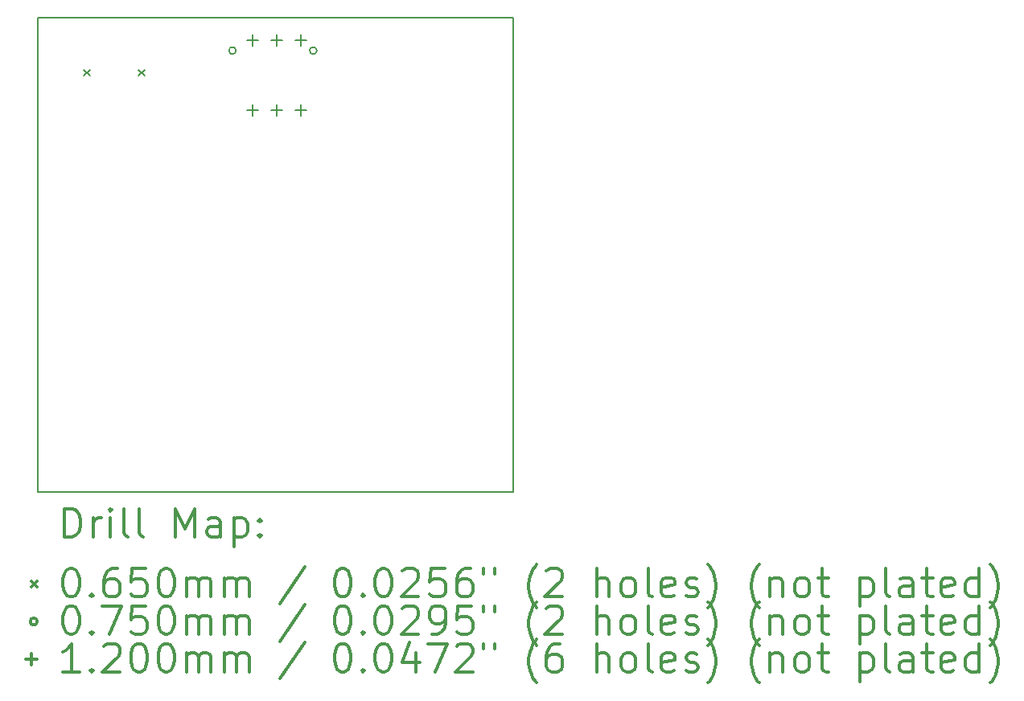
<source format=gbr>
%FSLAX45Y45*%
G04 Gerber Fmt 4.5, Leading zero omitted, Abs format (unit mm)*
G04 Created by KiCad (PCBNEW 5.1.10-88a1d61d58~90~ubuntu20.04.1) date 2021-10-18 20:01:56*
%MOMM*%
%LPD*%
G01*
G04 APERTURE LIST*
%TA.AperFunction,Profile*%
%ADD10C,0.150000*%
%TD*%
%ADD11C,0.200000*%
%ADD12C,0.300000*%
G04 APERTURE END LIST*
D10*
X10000000Y-6000000D02*
X15000000Y-6000000D01*
X15000000Y-6000000D02*
X15000000Y-11000000D01*
X10000000Y-11000000D02*
X15000000Y-11000000D01*
X10000000Y-11000000D02*
X10000000Y-6000000D01*
D11*
X10483100Y-6551000D02*
X10548100Y-6616000D01*
X10548100Y-6551000D02*
X10483100Y-6616000D01*
X11061100Y-6551000D02*
X11126100Y-6616000D01*
X11126100Y-6551000D02*
X11061100Y-6616000D01*
X12084500Y-6350500D02*
G75*
G03*
X12084500Y-6350500I-37500J0D01*
G01*
X12934500Y-6350500D02*
G75*
G03*
X12934500Y-6350500I-37500J0D01*
G01*
X12257000Y-6177500D02*
X12257000Y-6297500D01*
X12197000Y-6237500D02*
X12317000Y-6237500D01*
X12257000Y-6917500D02*
X12257000Y-7037500D01*
X12197000Y-6977500D02*
X12317000Y-6977500D01*
X12511000Y-6177500D02*
X12511000Y-6297500D01*
X12451000Y-6237500D02*
X12571000Y-6237500D01*
X12511000Y-6917500D02*
X12511000Y-7037500D01*
X12451000Y-6977500D02*
X12571000Y-6977500D01*
X12765000Y-6177500D02*
X12765000Y-6297500D01*
X12705000Y-6237500D02*
X12825000Y-6237500D01*
X12765000Y-6917500D02*
X12765000Y-7037500D01*
X12705000Y-6977500D02*
X12825000Y-6977500D01*
D12*
X10278928Y-11473214D02*
X10278928Y-11173214D01*
X10350357Y-11173214D01*
X10393214Y-11187500D01*
X10421786Y-11216071D01*
X10436071Y-11244643D01*
X10450357Y-11301786D01*
X10450357Y-11344643D01*
X10436071Y-11401786D01*
X10421786Y-11430357D01*
X10393214Y-11458929D01*
X10350357Y-11473214D01*
X10278928Y-11473214D01*
X10578928Y-11473214D02*
X10578928Y-11273214D01*
X10578928Y-11330357D02*
X10593214Y-11301786D01*
X10607500Y-11287500D01*
X10636071Y-11273214D01*
X10664643Y-11273214D01*
X10764643Y-11473214D02*
X10764643Y-11273214D01*
X10764643Y-11173214D02*
X10750357Y-11187500D01*
X10764643Y-11201786D01*
X10778928Y-11187500D01*
X10764643Y-11173214D01*
X10764643Y-11201786D01*
X10950357Y-11473214D02*
X10921786Y-11458929D01*
X10907500Y-11430357D01*
X10907500Y-11173214D01*
X11107500Y-11473214D02*
X11078928Y-11458929D01*
X11064643Y-11430357D01*
X11064643Y-11173214D01*
X11450357Y-11473214D02*
X11450357Y-11173214D01*
X11550357Y-11387500D01*
X11650357Y-11173214D01*
X11650357Y-11473214D01*
X11921786Y-11473214D02*
X11921786Y-11316071D01*
X11907500Y-11287500D01*
X11878928Y-11273214D01*
X11821786Y-11273214D01*
X11793214Y-11287500D01*
X11921786Y-11458929D02*
X11893214Y-11473214D01*
X11821786Y-11473214D01*
X11793214Y-11458929D01*
X11778928Y-11430357D01*
X11778928Y-11401786D01*
X11793214Y-11373214D01*
X11821786Y-11358929D01*
X11893214Y-11358929D01*
X11921786Y-11344643D01*
X12064643Y-11273214D02*
X12064643Y-11573214D01*
X12064643Y-11287500D02*
X12093214Y-11273214D01*
X12150357Y-11273214D01*
X12178928Y-11287500D01*
X12193214Y-11301786D01*
X12207500Y-11330357D01*
X12207500Y-11416071D01*
X12193214Y-11444643D01*
X12178928Y-11458929D01*
X12150357Y-11473214D01*
X12093214Y-11473214D01*
X12064643Y-11458929D01*
X12336071Y-11444643D02*
X12350357Y-11458929D01*
X12336071Y-11473214D01*
X12321786Y-11458929D01*
X12336071Y-11444643D01*
X12336071Y-11473214D01*
X12336071Y-11287500D02*
X12350357Y-11301786D01*
X12336071Y-11316071D01*
X12321786Y-11301786D01*
X12336071Y-11287500D01*
X12336071Y-11316071D01*
X9927500Y-11935000D02*
X9992500Y-12000000D01*
X9992500Y-11935000D02*
X9927500Y-12000000D01*
X10336071Y-11803214D02*
X10364643Y-11803214D01*
X10393214Y-11817500D01*
X10407500Y-11831786D01*
X10421786Y-11860357D01*
X10436071Y-11917500D01*
X10436071Y-11988929D01*
X10421786Y-12046071D01*
X10407500Y-12074643D01*
X10393214Y-12088929D01*
X10364643Y-12103214D01*
X10336071Y-12103214D01*
X10307500Y-12088929D01*
X10293214Y-12074643D01*
X10278928Y-12046071D01*
X10264643Y-11988929D01*
X10264643Y-11917500D01*
X10278928Y-11860357D01*
X10293214Y-11831786D01*
X10307500Y-11817500D01*
X10336071Y-11803214D01*
X10564643Y-12074643D02*
X10578928Y-12088929D01*
X10564643Y-12103214D01*
X10550357Y-12088929D01*
X10564643Y-12074643D01*
X10564643Y-12103214D01*
X10836071Y-11803214D02*
X10778928Y-11803214D01*
X10750357Y-11817500D01*
X10736071Y-11831786D01*
X10707500Y-11874643D01*
X10693214Y-11931786D01*
X10693214Y-12046071D01*
X10707500Y-12074643D01*
X10721786Y-12088929D01*
X10750357Y-12103214D01*
X10807500Y-12103214D01*
X10836071Y-12088929D01*
X10850357Y-12074643D01*
X10864643Y-12046071D01*
X10864643Y-11974643D01*
X10850357Y-11946071D01*
X10836071Y-11931786D01*
X10807500Y-11917500D01*
X10750357Y-11917500D01*
X10721786Y-11931786D01*
X10707500Y-11946071D01*
X10693214Y-11974643D01*
X11136071Y-11803214D02*
X10993214Y-11803214D01*
X10978928Y-11946071D01*
X10993214Y-11931786D01*
X11021786Y-11917500D01*
X11093214Y-11917500D01*
X11121786Y-11931786D01*
X11136071Y-11946071D01*
X11150357Y-11974643D01*
X11150357Y-12046071D01*
X11136071Y-12074643D01*
X11121786Y-12088929D01*
X11093214Y-12103214D01*
X11021786Y-12103214D01*
X10993214Y-12088929D01*
X10978928Y-12074643D01*
X11336071Y-11803214D02*
X11364643Y-11803214D01*
X11393214Y-11817500D01*
X11407500Y-11831786D01*
X11421786Y-11860357D01*
X11436071Y-11917500D01*
X11436071Y-11988929D01*
X11421786Y-12046071D01*
X11407500Y-12074643D01*
X11393214Y-12088929D01*
X11364643Y-12103214D01*
X11336071Y-12103214D01*
X11307500Y-12088929D01*
X11293214Y-12074643D01*
X11278928Y-12046071D01*
X11264643Y-11988929D01*
X11264643Y-11917500D01*
X11278928Y-11860357D01*
X11293214Y-11831786D01*
X11307500Y-11817500D01*
X11336071Y-11803214D01*
X11564643Y-12103214D02*
X11564643Y-11903214D01*
X11564643Y-11931786D02*
X11578928Y-11917500D01*
X11607500Y-11903214D01*
X11650357Y-11903214D01*
X11678928Y-11917500D01*
X11693214Y-11946071D01*
X11693214Y-12103214D01*
X11693214Y-11946071D02*
X11707500Y-11917500D01*
X11736071Y-11903214D01*
X11778928Y-11903214D01*
X11807500Y-11917500D01*
X11821786Y-11946071D01*
X11821786Y-12103214D01*
X11964643Y-12103214D02*
X11964643Y-11903214D01*
X11964643Y-11931786D02*
X11978928Y-11917500D01*
X12007500Y-11903214D01*
X12050357Y-11903214D01*
X12078928Y-11917500D01*
X12093214Y-11946071D01*
X12093214Y-12103214D01*
X12093214Y-11946071D02*
X12107500Y-11917500D01*
X12136071Y-11903214D01*
X12178928Y-11903214D01*
X12207500Y-11917500D01*
X12221786Y-11946071D01*
X12221786Y-12103214D01*
X12807500Y-11788929D02*
X12550357Y-12174643D01*
X13193214Y-11803214D02*
X13221786Y-11803214D01*
X13250357Y-11817500D01*
X13264643Y-11831786D01*
X13278928Y-11860357D01*
X13293214Y-11917500D01*
X13293214Y-11988929D01*
X13278928Y-12046071D01*
X13264643Y-12074643D01*
X13250357Y-12088929D01*
X13221786Y-12103214D01*
X13193214Y-12103214D01*
X13164643Y-12088929D01*
X13150357Y-12074643D01*
X13136071Y-12046071D01*
X13121786Y-11988929D01*
X13121786Y-11917500D01*
X13136071Y-11860357D01*
X13150357Y-11831786D01*
X13164643Y-11817500D01*
X13193214Y-11803214D01*
X13421786Y-12074643D02*
X13436071Y-12088929D01*
X13421786Y-12103214D01*
X13407500Y-12088929D01*
X13421786Y-12074643D01*
X13421786Y-12103214D01*
X13621786Y-11803214D02*
X13650357Y-11803214D01*
X13678928Y-11817500D01*
X13693214Y-11831786D01*
X13707500Y-11860357D01*
X13721786Y-11917500D01*
X13721786Y-11988929D01*
X13707500Y-12046071D01*
X13693214Y-12074643D01*
X13678928Y-12088929D01*
X13650357Y-12103214D01*
X13621786Y-12103214D01*
X13593214Y-12088929D01*
X13578928Y-12074643D01*
X13564643Y-12046071D01*
X13550357Y-11988929D01*
X13550357Y-11917500D01*
X13564643Y-11860357D01*
X13578928Y-11831786D01*
X13593214Y-11817500D01*
X13621786Y-11803214D01*
X13836071Y-11831786D02*
X13850357Y-11817500D01*
X13878928Y-11803214D01*
X13950357Y-11803214D01*
X13978928Y-11817500D01*
X13993214Y-11831786D01*
X14007500Y-11860357D01*
X14007500Y-11888929D01*
X13993214Y-11931786D01*
X13821786Y-12103214D01*
X14007500Y-12103214D01*
X14278928Y-11803214D02*
X14136071Y-11803214D01*
X14121786Y-11946071D01*
X14136071Y-11931786D01*
X14164643Y-11917500D01*
X14236071Y-11917500D01*
X14264643Y-11931786D01*
X14278928Y-11946071D01*
X14293214Y-11974643D01*
X14293214Y-12046071D01*
X14278928Y-12074643D01*
X14264643Y-12088929D01*
X14236071Y-12103214D01*
X14164643Y-12103214D01*
X14136071Y-12088929D01*
X14121786Y-12074643D01*
X14550357Y-11803214D02*
X14493214Y-11803214D01*
X14464643Y-11817500D01*
X14450357Y-11831786D01*
X14421786Y-11874643D01*
X14407500Y-11931786D01*
X14407500Y-12046071D01*
X14421786Y-12074643D01*
X14436071Y-12088929D01*
X14464643Y-12103214D01*
X14521786Y-12103214D01*
X14550357Y-12088929D01*
X14564643Y-12074643D01*
X14578928Y-12046071D01*
X14578928Y-11974643D01*
X14564643Y-11946071D01*
X14550357Y-11931786D01*
X14521786Y-11917500D01*
X14464643Y-11917500D01*
X14436071Y-11931786D01*
X14421786Y-11946071D01*
X14407500Y-11974643D01*
X14693214Y-11803214D02*
X14693214Y-11860357D01*
X14807500Y-11803214D02*
X14807500Y-11860357D01*
X15250357Y-12217500D02*
X15236071Y-12203214D01*
X15207500Y-12160357D01*
X15193214Y-12131786D01*
X15178928Y-12088929D01*
X15164643Y-12017500D01*
X15164643Y-11960357D01*
X15178928Y-11888929D01*
X15193214Y-11846071D01*
X15207500Y-11817500D01*
X15236071Y-11774643D01*
X15250357Y-11760357D01*
X15350357Y-11831786D02*
X15364643Y-11817500D01*
X15393214Y-11803214D01*
X15464643Y-11803214D01*
X15493214Y-11817500D01*
X15507500Y-11831786D01*
X15521786Y-11860357D01*
X15521786Y-11888929D01*
X15507500Y-11931786D01*
X15336071Y-12103214D01*
X15521786Y-12103214D01*
X15878928Y-12103214D02*
X15878928Y-11803214D01*
X16007500Y-12103214D02*
X16007500Y-11946071D01*
X15993214Y-11917500D01*
X15964643Y-11903214D01*
X15921786Y-11903214D01*
X15893214Y-11917500D01*
X15878928Y-11931786D01*
X16193214Y-12103214D02*
X16164643Y-12088929D01*
X16150357Y-12074643D01*
X16136071Y-12046071D01*
X16136071Y-11960357D01*
X16150357Y-11931786D01*
X16164643Y-11917500D01*
X16193214Y-11903214D01*
X16236071Y-11903214D01*
X16264643Y-11917500D01*
X16278928Y-11931786D01*
X16293214Y-11960357D01*
X16293214Y-12046071D01*
X16278928Y-12074643D01*
X16264643Y-12088929D01*
X16236071Y-12103214D01*
X16193214Y-12103214D01*
X16464643Y-12103214D02*
X16436071Y-12088929D01*
X16421786Y-12060357D01*
X16421786Y-11803214D01*
X16693214Y-12088929D02*
X16664643Y-12103214D01*
X16607500Y-12103214D01*
X16578928Y-12088929D01*
X16564643Y-12060357D01*
X16564643Y-11946071D01*
X16578928Y-11917500D01*
X16607500Y-11903214D01*
X16664643Y-11903214D01*
X16693214Y-11917500D01*
X16707500Y-11946071D01*
X16707500Y-11974643D01*
X16564643Y-12003214D01*
X16821786Y-12088929D02*
X16850357Y-12103214D01*
X16907500Y-12103214D01*
X16936071Y-12088929D01*
X16950357Y-12060357D01*
X16950357Y-12046071D01*
X16936071Y-12017500D01*
X16907500Y-12003214D01*
X16864643Y-12003214D01*
X16836071Y-11988929D01*
X16821786Y-11960357D01*
X16821786Y-11946071D01*
X16836071Y-11917500D01*
X16864643Y-11903214D01*
X16907500Y-11903214D01*
X16936071Y-11917500D01*
X17050357Y-12217500D02*
X17064643Y-12203214D01*
X17093214Y-12160357D01*
X17107500Y-12131786D01*
X17121786Y-12088929D01*
X17136071Y-12017500D01*
X17136071Y-11960357D01*
X17121786Y-11888929D01*
X17107500Y-11846071D01*
X17093214Y-11817500D01*
X17064643Y-11774643D01*
X17050357Y-11760357D01*
X17593214Y-12217500D02*
X17578928Y-12203214D01*
X17550357Y-12160357D01*
X17536071Y-12131786D01*
X17521786Y-12088929D01*
X17507500Y-12017500D01*
X17507500Y-11960357D01*
X17521786Y-11888929D01*
X17536071Y-11846071D01*
X17550357Y-11817500D01*
X17578928Y-11774643D01*
X17593214Y-11760357D01*
X17707500Y-11903214D02*
X17707500Y-12103214D01*
X17707500Y-11931786D02*
X17721786Y-11917500D01*
X17750357Y-11903214D01*
X17793214Y-11903214D01*
X17821786Y-11917500D01*
X17836071Y-11946071D01*
X17836071Y-12103214D01*
X18021786Y-12103214D02*
X17993214Y-12088929D01*
X17978928Y-12074643D01*
X17964643Y-12046071D01*
X17964643Y-11960357D01*
X17978928Y-11931786D01*
X17993214Y-11917500D01*
X18021786Y-11903214D01*
X18064643Y-11903214D01*
X18093214Y-11917500D01*
X18107500Y-11931786D01*
X18121786Y-11960357D01*
X18121786Y-12046071D01*
X18107500Y-12074643D01*
X18093214Y-12088929D01*
X18064643Y-12103214D01*
X18021786Y-12103214D01*
X18207500Y-11903214D02*
X18321786Y-11903214D01*
X18250357Y-11803214D02*
X18250357Y-12060357D01*
X18264643Y-12088929D01*
X18293214Y-12103214D01*
X18321786Y-12103214D01*
X18650357Y-11903214D02*
X18650357Y-12203214D01*
X18650357Y-11917500D02*
X18678928Y-11903214D01*
X18736071Y-11903214D01*
X18764643Y-11917500D01*
X18778928Y-11931786D01*
X18793214Y-11960357D01*
X18793214Y-12046071D01*
X18778928Y-12074643D01*
X18764643Y-12088929D01*
X18736071Y-12103214D01*
X18678928Y-12103214D01*
X18650357Y-12088929D01*
X18964643Y-12103214D02*
X18936071Y-12088929D01*
X18921786Y-12060357D01*
X18921786Y-11803214D01*
X19207500Y-12103214D02*
X19207500Y-11946071D01*
X19193214Y-11917500D01*
X19164643Y-11903214D01*
X19107500Y-11903214D01*
X19078928Y-11917500D01*
X19207500Y-12088929D02*
X19178928Y-12103214D01*
X19107500Y-12103214D01*
X19078928Y-12088929D01*
X19064643Y-12060357D01*
X19064643Y-12031786D01*
X19078928Y-12003214D01*
X19107500Y-11988929D01*
X19178928Y-11988929D01*
X19207500Y-11974643D01*
X19307500Y-11903214D02*
X19421786Y-11903214D01*
X19350357Y-11803214D02*
X19350357Y-12060357D01*
X19364643Y-12088929D01*
X19393214Y-12103214D01*
X19421786Y-12103214D01*
X19636071Y-12088929D02*
X19607500Y-12103214D01*
X19550357Y-12103214D01*
X19521786Y-12088929D01*
X19507500Y-12060357D01*
X19507500Y-11946071D01*
X19521786Y-11917500D01*
X19550357Y-11903214D01*
X19607500Y-11903214D01*
X19636071Y-11917500D01*
X19650357Y-11946071D01*
X19650357Y-11974643D01*
X19507500Y-12003214D01*
X19907500Y-12103214D02*
X19907500Y-11803214D01*
X19907500Y-12088929D02*
X19878928Y-12103214D01*
X19821786Y-12103214D01*
X19793214Y-12088929D01*
X19778928Y-12074643D01*
X19764643Y-12046071D01*
X19764643Y-11960357D01*
X19778928Y-11931786D01*
X19793214Y-11917500D01*
X19821786Y-11903214D01*
X19878928Y-11903214D01*
X19907500Y-11917500D01*
X20021786Y-12217500D02*
X20036071Y-12203214D01*
X20064643Y-12160357D01*
X20078928Y-12131786D01*
X20093214Y-12088929D01*
X20107500Y-12017500D01*
X20107500Y-11960357D01*
X20093214Y-11888929D01*
X20078928Y-11846071D01*
X20064643Y-11817500D01*
X20036071Y-11774643D01*
X20021786Y-11760357D01*
X9992500Y-12363500D02*
G75*
G03*
X9992500Y-12363500I-37500J0D01*
G01*
X10336071Y-12199214D02*
X10364643Y-12199214D01*
X10393214Y-12213500D01*
X10407500Y-12227786D01*
X10421786Y-12256357D01*
X10436071Y-12313500D01*
X10436071Y-12384929D01*
X10421786Y-12442071D01*
X10407500Y-12470643D01*
X10393214Y-12484929D01*
X10364643Y-12499214D01*
X10336071Y-12499214D01*
X10307500Y-12484929D01*
X10293214Y-12470643D01*
X10278928Y-12442071D01*
X10264643Y-12384929D01*
X10264643Y-12313500D01*
X10278928Y-12256357D01*
X10293214Y-12227786D01*
X10307500Y-12213500D01*
X10336071Y-12199214D01*
X10564643Y-12470643D02*
X10578928Y-12484929D01*
X10564643Y-12499214D01*
X10550357Y-12484929D01*
X10564643Y-12470643D01*
X10564643Y-12499214D01*
X10678928Y-12199214D02*
X10878928Y-12199214D01*
X10750357Y-12499214D01*
X11136071Y-12199214D02*
X10993214Y-12199214D01*
X10978928Y-12342071D01*
X10993214Y-12327786D01*
X11021786Y-12313500D01*
X11093214Y-12313500D01*
X11121786Y-12327786D01*
X11136071Y-12342071D01*
X11150357Y-12370643D01*
X11150357Y-12442071D01*
X11136071Y-12470643D01*
X11121786Y-12484929D01*
X11093214Y-12499214D01*
X11021786Y-12499214D01*
X10993214Y-12484929D01*
X10978928Y-12470643D01*
X11336071Y-12199214D02*
X11364643Y-12199214D01*
X11393214Y-12213500D01*
X11407500Y-12227786D01*
X11421786Y-12256357D01*
X11436071Y-12313500D01*
X11436071Y-12384929D01*
X11421786Y-12442071D01*
X11407500Y-12470643D01*
X11393214Y-12484929D01*
X11364643Y-12499214D01*
X11336071Y-12499214D01*
X11307500Y-12484929D01*
X11293214Y-12470643D01*
X11278928Y-12442071D01*
X11264643Y-12384929D01*
X11264643Y-12313500D01*
X11278928Y-12256357D01*
X11293214Y-12227786D01*
X11307500Y-12213500D01*
X11336071Y-12199214D01*
X11564643Y-12499214D02*
X11564643Y-12299214D01*
X11564643Y-12327786D02*
X11578928Y-12313500D01*
X11607500Y-12299214D01*
X11650357Y-12299214D01*
X11678928Y-12313500D01*
X11693214Y-12342071D01*
X11693214Y-12499214D01*
X11693214Y-12342071D02*
X11707500Y-12313500D01*
X11736071Y-12299214D01*
X11778928Y-12299214D01*
X11807500Y-12313500D01*
X11821786Y-12342071D01*
X11821786Y-12499214D01*
X11964643Y-12499214D02*
X11964643Y-12299214D01*
X11964643Y-12327786D02*
X11978928Y-12313500D01*
X12007500Y-12299214D01*
X12050357Y-12299214D01*
X12078928Y-12313500D01*
X12093214Y-12342071D01*
X12093214Y-12499214D01*
X12093214Y-12342071D02*
X12107500Y-12313500D01*
X12136071Y-12299214D01*
X12178928Y-12299214D01*
X12207500Y-12313500D01*
X12221786Y-12342071D01*
X12221786Y-12499214D01*
X12807500Y-12184929D02*
X12550357Y-12570643D01*
X13193214Y-12199214D02*
X13221786Y-12199214D01*
X13250357Y-12213500D01*
X13264643Y-12227786D01*
X13278928Y-12256357D01*
X13293214Y-12313500D01*
X13293214Y-12384929D01*
X13278928Y-12442071D01*
X13264643Y-12470643D01*
X13250357Y-12484929D01*
X13221786Y-12499214D01*
X13193214Y-12499214D01*
X13164643Y-12484929D01*
X13150357Y-12470643D01*
X13136071Y-12442071D01*
X13121786Y-12384929D01*
X13121786Y-12313500D01*
X13136071Y-12256357D01*
X13150357Y-12227786D01*
X13164643Y-12213500D01*
X13193214Y-12199214D01*
X13421786Y-12470643D02*
X13436071Y-12484929D01*
X13421786Y-12499214D01*
X13407500Y-12484929D01*
X13421786Y-12470643D01*
X13421786Y-12499214D01*
X13621786Y-12199214D02*
X13650357Y-12199214D01*
X13678928Y-12213500D01*
X13693214Y-12227786D01*
X13707500Y-12256357D01*
X13721786Y-12313500D01*
X13721786Y-12384929D01*
X13707500Y-12442071D01*
X13693214Y-12470643D01*
X13678928Y-12484929D01*
X13650357Y-12499214D01*
X13621786Y-12499214D01*
X13593214Y-12484929D01*
X13578928Y-12470643D01*
X13564643Y-12442071D01*
X13550357Y-12384929D01*
X13550357Y-12313500D01*
X13564643Y-12256357D01*
X13578928Y-12227786D01*
X13593214Y-12213500D01*
X13621786Y-12199214D01*
X13836071Y-12227786D02*
X13850357Y-12213500D01*
X13878928Y-12199214D01*
X13950357Y-12199214D01*
X13978928Y-12213500D01*
X13993214Y-12227786D01*
X14007500Y-12256357D01*
X14007500Y-12284929D01*
X13993214Y-12327786D01*
X13821786Y-12499214D01*
X14007500Y-12499214D01*
X14150357Y-12499214D02*
X14207500Y-12499214D01*
X14236071Y-12484929D01*
X14250357Y-12470643D01*
X14278928Y-12427786D01*
X14293214Y-12370643D01*
X14293214Y-12256357D01*
X14278928Y-12227786D01*
X14264643Y-12213500D01*
X14236071Y-12199214D01*
X14178928Y-12199214D01*
X14150357Y-12213500D01*
X14136071Y-12227786D01*
X14121786Y-12256357D01*
X14121786Y-12327786D01*
X14136071Y-12356357D01*
X14150357Y-12370643D01*
X14178928Y-12384929D01*
X14236071Y-12384929D01*
X14264643Y-12370643D01*
X14278928Y-12356357D01*
X14293214Y-12327786D01*
X14564643Y-12199214D02*
X14421786Y-12199214D01*
X14407500Y-12342071D01*
X14421786Y-12327786D01*
X14450357Y-12313500D01*
X14521786Y-12313500D01*
X14550357Y-12327786D01*
X14564643Y-12342071D01*
X14578928Y-12370643D01*
X14578928Y-12442071D01*
X14564643Y-12470643D01*
X14550357Y-12484929D01*
X14521786Y-12499214D01*
X14450357Y-12499214D01*
X14421786Y-12484929D01*
X14407500Y-12470643D01*
X14693214Y-12199214D02*
X14693214Y-12256357D01*
X14807500Y-12199214D02*
X14807500Y-12256357D01*
X15250357Y-12613500D02*
X15236071Y-12599214D01*
X15207500Y-12556357D01*
X15193214Y-12527786D01*
X15178928Y-12484929D01*
X15164643Y-12413500D01*
X15164643Y-12356357D01*
X15178928Y-12284929D01*
X15193214Y-12242071D01*
X15207500Y-12213500D01*
X15236071Y-12170643D01*
X15250357Y-12156357D01*
X15350357Y-12227786D02*
X15364643Y-12213500D01*
X15393214Y-12199214D01*
X15464643Y-12199214D01*
X15493214Y-12213500D01*
X15507500Y-12227786D01*
X15521786Y-12256357D01*
X15521786Y-12284929D01*
X15507500Y-12327786D01*
X15336071Y-12499214D01*
X15521786Y-12499214D01*
X15878928Y-12499214D02*
X15878928Y-12199214D01*
X16007500Y-12499214D02*
X16007500Y-12342071D01*
X15993214Y-12313500D01*
X15964643Y-12299214D01*
X15921786Y-12299214D01*
X15893214Y-12313500D01*
X15878928Y-12327786D01*
X16193214Y-12499214D02*
X16164643Y-12484929D01*
X16150357Y-12470643D01*
X16136071Y-12442071D01*
X16136071Y-12356357D01*
X16150357Y-12327786D01*
X16164643Y-12313500D01*
X16193214Y-12299214D01*
X16236071Y-12299214D01*
X16264643Y-12313500D01*
X16278928Y-12327786D01*
X16293214Y-12356357D01*
X16293214Y-12442071D01*
X16278928Y-12470643D01*
X16264643Y-12484929D01*
X16236071Y-12499214D01*
X16193214Y-12499214D01*
X16464643Y-12499214D02*
X16436071Y-12484929D01*
X16421786Y-12456357D01*
X16421786Y-12199214D01*
X16693214Y-12484929D02*
X16664643Y-12499214D01*
X16607500Y-12499214D01*
X16578928Y-12484929D01*
X16564643Y-12456357D01*
X16564643Y-12342071D01*
X16578928Y-12313500D01*
X16607500Y-12299214D01*
X16664643Y-12299214D01*
X16693214Y-12313500D01*
X16707500Y-12342071D01*
X16707500Y-12370643D01*
X16564643Y-12399214D01*
X16821786Y-12484929D02*
X16850357Y-12499214D01*
X16907500Y-12499214D01*
X16936071Y-12484929D01*
X16950357Y-12456357D01*
X16950357Y-12442071D01*
X16936071Y-12413500D01*
X16907500Y-12399214D01*
X16864643Y-12399214D01*
X16836071Y-12384929D01*
X16821786Y-12356357D01*
X16821786Y-12342071D01*
X16836071Y-12313500D01*
X16864643Y-12299214D01*
X16907500Y-12299214D01*
X16936071Y-12313500D01*
X17050357Y-12613500D02*
X17064643Y-12599214D01*
X17093214Y-12556357D01*
X17107500Y-12527786D01*
X17121786Y-12484929D01*
X17136071Y-12413500D01*
X17136071Y-12356357D01*
X17121786Y-12284929D01*
X17107500Y-12242071D01*
X17093214Y-12213500D01*
X17064643Y-12170643D01*
X17050357Y-12156357D01*
X17593214Y-12613500D02*
X17578928Y-12599214D01*
X17550357Y-12556357D01*
X17536071Y-12527786D01*
X17521786Y-12484929D01*
X17507500Y-12413500D01*
X17507500Y-12356357D01*
X17521786Y-12284929D01*
X17536071Y-12242071D01*
X17550357Y-12213500D01*
X17578928Y-12170643D01*
X17593214Y-12156357D01*
X17707500Y-12299214D02*
X17707500Y-12499214D01*
X17707500Y-12327786D02*
X17721786Y-12313500D01*
X17750357Y-12299214D01*
X17793214Y-12299214D01*
X17821786Y-12313500D01*
X17836071Y-12342071D01*
X17836071Y-12499214D01*
X18021786Y-12499214D02*
X17993214Y-12484929D01*
X17978928Y-12470643D01*
X17964643Y-12442071D01*
X17964643Y-12356357D01*
X17978928Y-12327786D01*
X17993214Y-12313500D01*
X18021786Y-12299214D01*
X18064643Y-12299214D01*
X18093214Y-12313500D01*
X18107500Y-12327786D01*
X18121786Y-12356357D01*
X18121786Y-12442071D01*
X18107500Y-12470643D01*
X18093214Y-12484929D01*
X18064643Y-12499214D01*
X18021786Y-12499214D01*
X18207500Y-12299214D02*
X18321786Y-12299214D01*
X18250357Y-12199214D02*
X18250357Y-12456357D01*
X18264643Y-12484929D01*
X18293214Y-12499214D01*
X18321786Y-12499214D01*
X18650357Y-12299214D02*
X18650357Y-12599214D01*
X18650357Y-12313500D02*
X18678928Y-12299214D01*
X18736071Y-12299214D01*
X18764643Y-12313500D01*
X18778928Y-12327786D01*
X18793214Y-12356357D01*
X18793214Y-12442071D01*
X18778928Y-12470643D01*
X18764643Y-12484929D01*
X18736071Y-12499214D01*
X18678928Y-12499214D01*
X18650357Y-12484929D01*
X18964643Y-12499214D02*
X18936071Y-12484929D01*
X18921786Y-12456357D01*
X18921786Y-12199214D01*
X19207500Y-12499214D02*
X19207500Y-12342071D01*
X19193214Y-12313500D01*
X19164643Y-12299214D01*
X19107500Y-12299214D01*
X19078928Y-12313500D01*
X19207500Y-12484929D02*
X19178928Y-12499214D01*
X19107500Y-12499214D01*
X19078928Y-12484929D01*
X19064643Y-12456357D01*
X19064643Y-12427786D01*
X19078928Y-12399214D01*
X19107500Y-12384929D01*
X19178928Y-12384929D01*
X19207500Y-12370643D01*
X19307500Y-12299214D02*
X19421786Y-12299214D01*
X19350357Y-12199214D02*
X19350357Y-12456357D01*
X19364643Y-12484929D01*
X19393214Y-12499214D01*
X19421786Y-12499214D01*
X19636071Y-12484929D02*
X19607500Y-12499214D01*
X19550357Y-12499214D01*
X19521786Y-12484929D01*
X19507500Y-12456357D01*
X19507500Y-12342071D01*
X19521786Y-12313500D01*
X19550357Y-12299214D01*
X19607500Y-12299214D01*
X19636071Y-12313500D01*
X19650357Y-12342071D01*
X19650357Y-12370643D01*
X19507500Y-12399214D01*
X19907500Y-12499214D02*
X19907500Y-12199214D01*
X19907500Y-12484929D02*
X19878928Y-12499214D01*
X19821786Y-12499214D01*
X19793214Y-12484929D01*
X19778928Y-12470643D01*
X19764643Y-12442071D01*
X19764643Y-12356357D01*
X19778928Y-12327786D01*
X19793214Y-12313500D01*
X19821786Y-12299214D01*
X19878928Y-12299214D01*
X19907500Y-12313500D01*
X20021786Y-12613500D02*
X20036071Y-12599214D01*
X20064643Y-12556357D01*
X20078928Y-12527786D01*
X20093214Y-12484929D01*
X20107500Y-12413500D01*
X20107500Y-12356357D01*
X20093214Y-12284929D01*
X20078928Y-12242071D01*
X20064643Y-12213500D01*
X20036071Y-12170643D01*
X20021786Y-12156357D01*
X9932500Y-12699500D02*
X9932500Y-12819500D01*
X9872500Y-12759500D02*
X9992500Y-12759500D01*
X10436071Y-12895214D02*
X10264643Y-12895214D01*
X10350357Y-12895214D02*
X10350357Y-12595214D01*
X10321786Y-12638071D01*
X10293214Y-12666643D01*
X10264643Y-12680929D01*
X10564643Y-12866643D02*
X10578928Y-12880929D01*
X10564643Y-12895214D01*
X10550357Y-12880929D01*
X10564643Y-12866643D01*
X10564643Y-12895214D01*
X10693214Y-12623786D02*
X10707500Y-12609500D01*
X10736071Y-12595214D01*
X10807500Y-12595214D01*
X10836071Y-12609500D01*
X10850357Y-12623786D01*
X10864643Y-12652357D01*
X10864643Y-12680929D01*
X10850357Y-12723786D01*
X10678928Y-12895214D01*
X10864643Y-12895214D01*
X11050357Y-12595214D02*
X11078928Y-12595214D01*
X11107500Y-12609500D01*
X11121786Y-12623786D01*
X11136071Y-12652357D01*
X11150357Y-12709500D01*
X11150357Y-12780929D01*
X11136071Y-12838071D01*
X11121786Y-12866643D01*
X11107500Y-12880929D01*
X11078928Y-12895214D01*
X11050357Y-12895214D01*
X11021786Y-12880929D01*
X11007500Y-12866643D01*
X10993214Y-12838071D01*
X10978928Y-12780929D01*
X10978928Y-12709500D01*
X10993214Y-12652357D01*
X11007500Y-12623786D01*
X11021786Y-12609500D01*
X11050357Y-12595214D01*
X11336071Y-12595214D02*
X11364643Y-12595214D01*
X11393214Y-12609500D01*
X11407500Y-12623786D01*
X11421786Y-12652357D01*
X11436071Y-12709500D01*
X11436071Y-12780929D01*
X11421786Y-12838071D01*
X11407500Y-12866643D01*
X11393214Y-12880929D01*
X11364643Y-12895214D01*
X11336071Y-12895214D01*
X11307500Y-12880929D01*
X11293214Y-12866643D01*
X11278928Y-12838071D01*
X11264643Y-12780929D01*
X11264643Y-12709500D01*
X11278928Y-12652357D01*
X11293214Y-12623786D01*
X11307500Y-12609500D01*
X11336071Y-12595214D01*
X11564643Y-12895214D02*
X11564643Y-12695214D01*
X11564643Y-12723786D02*
X11578928Y-12709500D01*
X11607500Y-12695214D01*
X11650357Y-12695214D01*
X11678928Y-12709500D01*
X11693214Y-12738071D01*
X11693214Y-12895214D01*
X11693214Y-12738071D02*
X11707500Y-12709500D01*
X11736071Y-12695214D01*
X11778928Y-12695214D01*
X11807500Y-12709500D01*
X11821786Y-12738071D01*
X11821786Y-12895214D01*
X11964643Y-12895214D02*
X11964643Y-12695214D01*
X11964643Y-12723786D02*
X11978928Y-12709500D01*
X12007500Y-12695214D01*
X12050357Y-12695214D01*
X12078928Y-12709500D01*
X12093214Y-12738071D01*
X12093214Y-12895214D01*
X12093214Y-12738071D02*
X12107500Y-12709500D01*
X12136071Y-12695214D01*
X12178928Y-12695214D01*
X12207500Y-12709500D01*
X12221786Y-12738071D01*
X12221786Y-12895214D01*
X12807500Y-12580929D02*
X12550357Y-12966643D01*
X13193214Y-12595214D02*
X13221786Y-12595214D01*
X13250357Y-12609500D01*
X13264643Y-12623786D01*
X13278928Y-12652357D01*
X13293214Y-12709500D01*
X13293214Y-12780929D01*
X13278928Y-12838071D01*
X13264643Y-12866643D01*
X13250357Y-12880929D01*
X13221786Y-12895214D01*
X13193214Y-12895214D01*
X13164643Y-12880929D01*
X13150357Y-12866643D01*
X13136071Y-12838071D01*
X13121786Y-12780929D01*
X13121786Y-12709500D01*
X13136071Y-12652357D01*
X13150357Y-12623786D01*
X13164643Y-12609500D01*
X13193214Y-12595214D01*
X13421786Y-12866643D02*
X13436071Y-12880929D01*
X13421786Y-12895214D01*
X13407500Y-12880929D01*
X13421786Y-12866643D01*
X13421786Y-12895214D01*
X13621786Y-12595214D02*
X13650357Y-12595214D01*
X13678928Y-12609500D01*
X13693214Y-12623786D01*
X13707500Y-12652357D01*
X13721786Y-12709500D01*
X13721786Y-12780929D01*
X13707500Y-12838071D01*
X13693214Y-12866643D01*
X13678928Y-12880929D01*
X13650357Y-12895214D01*
X13621786Y-12895214D01*
X13593214Y-12880929D01*
X13578928Y-12866643D01*
X13564643Y-12838071D01*
X13550357Y-12780929D01*
X13550357Y-12709500D01*
X13564643Y-12652357D01*
X13578928Y-12623786D01*
X13593214Y-12609500D01*
X13621786Y-12595214D01*
X13978928Y-12695214D02*
X13978928Y-12895214D01*
X13907500Y-12580929D02*
X13836071Y-12795214D01*
X14021786Y-12795214D01*
X14107500Y-12595214D02*
X14307500Y-12595214D01*
X14178928Y-12895214D01*
X14407500Y-12623786D02*
X14421786Y-12609500D01*
X14450357Y-12595214D01*
X14521786Y-12595214D01*
X14550357Y-12609500D01*
X14564643Y-12623786D01*
X14578928Y-12652357D01*
X14578928Y-12680929D01*
X14564643Y-12723786D01*
X14393214Y-12895214D01*
X14578928Y-12895214D01*
X14693214Y-12595214D02*
X14693214Y-12652357D01*
X14807500Y-12595214D02*
X14807500Y-12652357D01*
X15250357Y-13009500D02*
X15236071Y-12995214D01*
X15207500Y-12952357D01*
X15193214Y-12923786D01*
X15178928Y-12880929D01*
X15164643Y-12809500D01*
X15164643Y-12752357D01*
X15178928Y-12680929D01*
X15193214Y-12638071D01*
X15207500Y-12609500D01*
X15236071Y-12566643D01*
X15250357Y-12552357D01*
X15493214Y-12595214D02*
X15436071Y-12595214D01*
X15407500Y-12609500D01*
X15393214Y-12623786D01*
X15364643Y-12666643D01*
X15350357Y-12723786D01*
X15350357Y-12838071D01*
X15364643Y-12866643D01*
X15378928Y-12880929D01*
X15407500Y-12895214D01*
X15464643Y-12895214D01*
X15493214Y-12880929D01*
X15507500Y-12866643D01*
X15521786Y-12838071D01*
X15521786Y-12766643D01*
X15507500Y-12738071D01*
X15493214Y-12723786D01*
X15464643Y-12709500D01*
X15407500Y-12709500D01*
X15378928Y-12723786D01*
X15364643Y-12738071D01*
X15350357Y-12766643D01*
X15878928Y-12895214D02*
X15878928Y-12595214D01*
X16007500Y-12895214D02*
X16007500Y-12738071D01*
X15993214Y-12709500D01*
X15964643Y-12695214D01*
X15921786Y-12695214D01*
X15893214Y-12709500D01*
X15878928Y-12723786D01*
X16193214Y-12895214D02*
X16164643Y-12880929D01*
X16150357Y-12866643D01*
X16136071Y-12838071D01*
X16136071Y-12752357D01*
X16150357Y-12723786D01*
X16164643Y-12709500D01*
X16193214Y-12695214D01*
X16236071Y-12695214D01*
X16264643Y-12709500D01*
X16278928Y-12723786D01*
X16293214Y-12752357D01*
X16293214Y-12838071D01*
X16278928Y-12866643D01*
X16264643Y-12880929D01*
X16236071Y-12895214D01*
X16193214Y-12895214D01*
X16464643Y-12895214D02*
X16436071Y-12880929D01*
X16421786Y-12852357D01*
X16421786Y-12595214D01*
X16693214Y-12880929D02*
X16664643Y-12895214D01*
X16607500Y-12895214D01*
X16578928Y-12880929D01*
X16564643Y-12852357D01*
X16564643Y-12738071D01*
X16578928Y-12709500D01*
X16607500Y-12695214D01*
X16664643Y-12695214D01*
X16693214Y-12709500D01*
X16707500Y-12738071D01*
X16707500Y-12766643D01*
X16564643Y-12795214D01*
X16821786Y-12880929D02*
X16850357Y-12895214D01*
X16907500Y-12895214D01*
X16936071Y-12880929D01*
X16950357Y-12852357D01*
X16950357Y-12838071D01*
X16936071Y-12809500D01*
X16907500Y-12795214D01*
X16864643Y-12795214D01*
X16836071Y-12780929D01*
X16821786Y-12752357D01*
X16821786Y-12738071D01*
X16836071Y-12709500D01*
X16864643Y-12695214D01*
X16907500Y-12695214D01*
X16936071Y-12709500D01*
X17050357Y-13009500D02*
X17064643Y-12995214D01*
X17093214Y-12952357D01*
X17107500Y-12923786D01*
X17121786Y-12880929D01*
X17136071Y-12809500D01*
X17136071Y-12752357D01*
X17121786Y-12680929D01*
X17107500Y-12638071D01*
X17093214Y-12609500D01*
X17064643Y-12566643D01*
X17050357Y-12552357D01*
X17593214Y-13009500D02*
X17578928Y-12995214D01*
X17550357Y-12952357D01*
X17536071Y-12923786D01*
X17521786Y-12880929D01*
X17507500Y-12809500D01*
X17507500Y-12752357D01*
X17521786Y-12680929D01*
X17536071Y-12638071D01*
X17550357Y-12609500D01*
X17578928Y-12566643D01*
X17593214Y-12552357D01*
X17707500Y-12695214D02*
X17707500Y-12895214D01*
X17707500Y-12723786D02*
X17721786Y-12709500D01*
X17750357Y-12695214D01*
X17793214Y-12695214D01*
X17821786Y-12709500D01*
X17836071Y-12738071D01*
X17836071Y-12895214D01*
X18021786Y-12895214D02*
X17993214Y-12880929D01*
X17978928Y-12866643D01*
X17964643Y-12838071D01*
X17964643Y-12752357D01*
X17978928Y-12723786D01*
X17993214Y-12709500D01*
X18021786Y-12695214D01*
X18064643Y-12695214D01*
X18093214Y-12709500D01*
X18107500Y-12723786D01*
X18121786Y-12752357D01*
X18121786Y-12838071D01*
X18107500Y-12866643D01*
X18093214Y-12880929D01*
X18064643Y-12895214D01*
X18021786Y-12895214D01*
X18207500Y-12695214D02*
X18321786Y-12695214D01*
X18250357Y-12595214D02*
X18250357Y-12852357D01*
X18264643Y-12880929D01*
X18293214Y-12895214D01*
X18321786Y-12895214D01*
X18650357Y-12695214D02*
X18650357Y-12995214D01*
X18650357Y-12709500D02*
X18678928Y-12695214D01*
X18736071Y-12695214D01*
X18764643Y-12709500D01*
X18778928Y-12723786D01*
X18793214Y-12752357D01*
X18793214Y-12838071D01*
X18778928Y-12866643D01*
X18764643Y-12880929D01*
X18736071Y-12895214D01*
X18678928Y-12895214D01*
X18650357Y-12880929D01*
X18964643Y-12895214D02*
X18936071Y-12880929D01*
X18921786Y-12852357D01*
X18921786Y-12595214D01*
X19207500Y-12895214D02*
X19207500Y-12738071D01*
X19193214Y-12709500D01*
X19164643Y-12695214D01*
X19107500Y-12695214D01*
X19078928Y-12709500D01*
X19207500Y-12880929D02*
X19178928Y-12895214D01*
X19107500Y-12895214D01*
X19078928Y-12880929D01*
X19064643Y-12852357D01*
X19064643Y-12823786D01*
X19078928Y-12795214D01*
X19107500Y-12780929D01*
X19178928Y-12780929D01*
X19207500Y-12766643D01*
X19307500Y-12695214D02*
X19421786Y-12695214D01*
X19350357Y-12595214D02*
X19350357Y-12852357D01*
X19364643Y-12880929D01*
X19393214Y-12895214D01*
X19421786Y-12895214D01*
X19636071Y-12880929D02*
X19607500Y-12895214D01*
X19550357Y-12895214D01*
X19521786Y-12880929D01*
X19507500Y-12852357D01*
X19507500Y-12738071D01*
X19521786Y-12709500D01*
X19550357Y-12695214D01*
X19607500Y-12695214D01*
X19636071Y-12709500D01*
X19650357Y-12738071D01*
X19650357Y-12766643D01*
X19507500Y-12795214D01*
X19907500Y-12895214D02*
X19907500Y-12595214D01*
X19907500Y-12880929D02*
X19878928Y-12895214D01*
X19821786Y-12895214D01*
X19793214Y-12880929D01*
X19778928Y-12866643D01*
X19764643Y-12838071D01*
X19764643Y-12752357D01*
X19778928Y-12723786D01*
X19793214Y-12709500D01*
X19821786Y-12695214D01*
X19878928Y-12695214D01*
X19907500Y-12709500D01*
X20021786Y-13009500D02*
X20036071Y-12995214D01*
X20064643Y-12952357D01*
X20078928Y-12923786D01*
X20093214Y-12880929D01*
X20107500Y-12809500D01*
X20107500Y-12752357D01*
X20093214Y-12680929D01*
X20078928Y-12638071D01*
X20064643Y-12609500D01*
X20036071Y-12566643D01*
X20021786Y-12552357D01*
M02*

</source>
